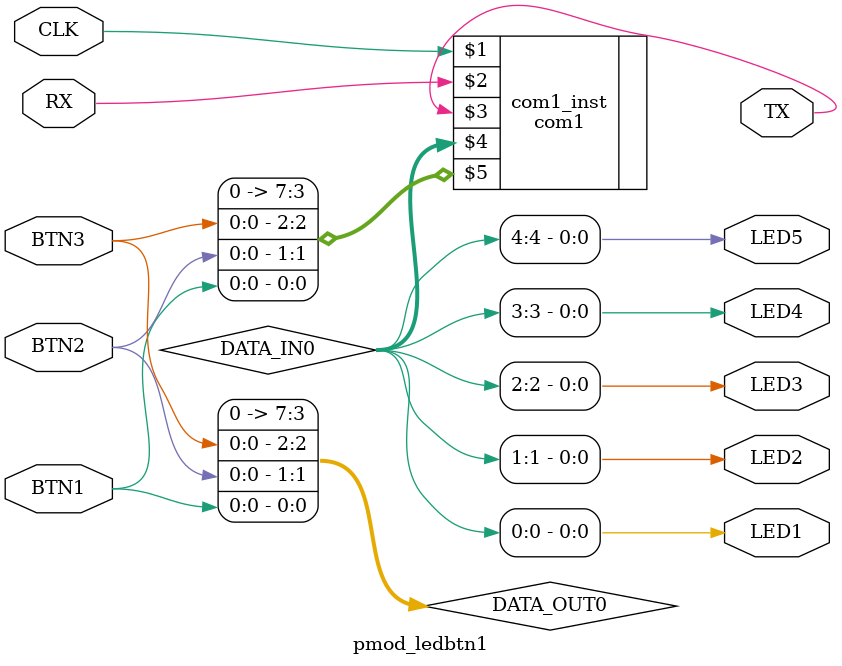
<source format=v>
`include "../com/com1.v"

module pmod_ledbtn1(
    input  CLK,
    input  RX,
    output TX,
    output LED1,
    output LED2,
    output LED3,
    output LED4,
    output LED5,
    input  BTN1,
    input  BTN2,
    input  BTN3
    );

    wire [7:0] DATA_IN0;
    wire [7:0] DATA_OUT0;

    com1 com1_inst(
    	CLK,
    	RX,
      	TX,
    	DATA_IN0,
        DATA_OUT0
    );

    assign {LED5, LED4, LED3, LED2, LED1} = DATA_IN0[4:0];
    assign DATA_OUT0 = {5'd0, BTN3, BTN2, BTN1};
endmodule

</source>
